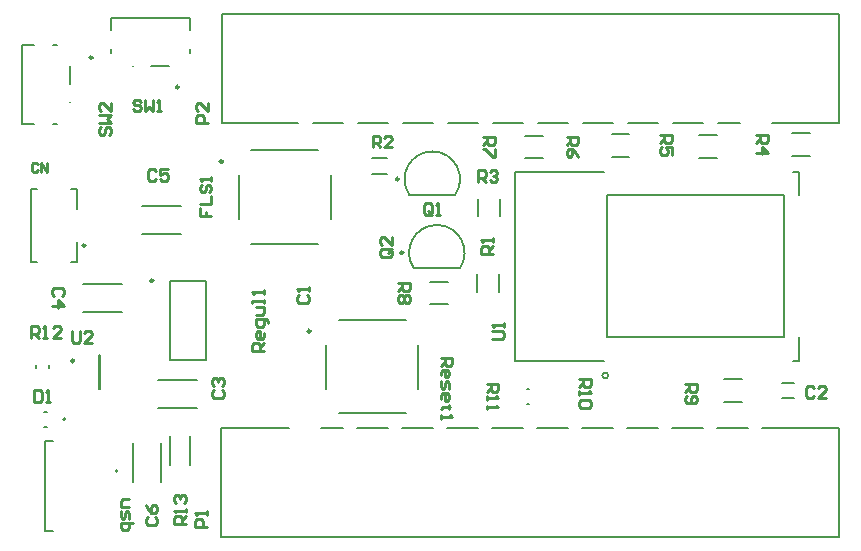
<source format=gbr>
G04*
G04 #@! TF.GenerationSoftware,Altium Limited,Altium Designer,24.1.2 (44)*
G04*
G04 Layer_Color=65535*
%FSLAX44Y44*%
%MOMM*%
G71*
G04*
G04 #@! TF.SameCoordinates,5DE7BCAC-930E-4ACC-850D-064FDCF0EFED*
G04*
G04*
G04 #@! TF.FilePolarity,Positive*
G04*
G01*
G75*
%ADD10C,0.2500*%
%ADD11C,0.2000*%
%ADD12C,0.1270*%
%ADD13C,0.2540*%
D10*
X134735Y385215D02*
G03*
X134735Y385215I-1250J0D01*
G01*
X61600Y410326D02*
G03*
X61600Y410326I-1250J0D01*
G01*
X55530Y251340D02*
G03*
X55530Y251340I-1250J0D01*
G01*
X112990Y221460D02*
G03*
X112990Y221460I-1250J0D01*
G01*
X45974Y153620D02*
G03*
X45974Y153620I-1250J0D01*
G01*
X246200Y178590D02*
G03*
X246200Y178590I-1250J0D01*
G01*
X171954Y322342D02*
G03*
X171954Y322342I-1250J0D01*
G01*
X321000Y307340D02*
G03*
X321000Y307340I-1250J0D01*
G01*
X324810Y245110D02*
G03*
X324810Y245110I-1250J0D01*
G01*
D11*
X38590Y104140D02*
G03*
X38590Y104140I-1000J0D01*
G01*
X82700Y60310D02*
G03*
X82700Y60310I-1000J0D01*
G01*
X368589Y293988D02*
G03*
X329913Y293985I-19339J13352D01*
G01*
X372399Y231758D02*
G03*
X333723Y231755I-19339J13352D01*
G01*
X110735Y402966D02*
X126235D01*
X95735D02*
X96235D01*
X77485Y433366D02*
Y443966D01*
Y414066D02*
Y417866D01*
Y443966D02*
X144485D01*
Y433366D02*
Y443966D01*
Y414066D02*
Y417866D01*
X42600Y387577D02*
Y403077D01*
Y372576D02*
Y373077D01*
X1600Y354326D02*
X12200D01*
X27700D02*
X31500D01*
X1600D02*
Y421327D01*
X12200D01*
X27700D02*
X31500D01*
X9780Y236840D02*
Y299340D01*
X14780D01*
X43280D02*
X48280D01*
X43280Y236840D02*
X48280D01*
X9780D02*
X14780D01*
X48280Y281840D02*
Y299340D01*
Y236840D02*
Y254340D01*
X53319Y195229D02*
X86381D01*
X53319Y218791D02*
X86381D01*
X103161Y261208D02*
X136223D01*
X103161Y284770D02*
X136223D01*
X127240Y154460D02*
X157240D01*
X127240Y221460D02*
X157240D01*
Y154460D02*
Y221460D01*
X127240Y154460D02*
Y221460D01*
X24300Y147590D02*
Y149590D01*
X13800Y147590D02*
Y149590D01*
X68107Y129620D02*
Y158621D01*
X67048Y129620D02*
X68107D01*
X67048D02*
Y158621D01*
X68107D01*
X116819Y137511D02*
X149881D01*
X116819Y113949D02*
X149881D01*
X96169Y50779D02*
Y83841D01*
X119731Y50779D02*
Y83841D01*
X144451Y65409D02*
Y89530D01*
X127329Y65409D02*
Y89530D01*
X429423Y129440D02*
X430874D01*
X429423Y116940D02*
X430874D01*
X171005Y355168D02*
Y447168D01*
Y355168D02*
X235905D01*
X248106D02*
X274006D01*
X324306D02*
X350205D01*
X362406D02*
X388306D01*
X400506D02*
X426405D01*
X476706D02*
X502606D01*
X514806D02*
X540705D01*
X552906D02*
X578806D01*
X591006D02*
X609506D01*
X636506D02*
X694006D01*
Y447168D01*
X171005D02*
X694006D01*
X438606Y355168D02*
X464506D01*
X286206D02*
X312106D01*
X693337Y4648D02*
Y96648D01*
X628437D02*
X693337D01*
X590337D02*
X616236D01*
X514137D02*
X540037D01*
X476037D02*
X501936D01*
X437937D02*
X463837D01*
X361737D02*
X387636D01*
X323637D02*
X349537D01*
X285537D02*
X311437D01*
X254837D02*
X273337D01*
X170336D02*
X227836D01*
X170336Y4648D02*
Y96648D01*
Y4648D02*
X693337D01*
X399837Y96648D02*
X425737D01*
X552237D02*
X578136D01*
X645240Y121920D02*
X655240D01*
X645240Y134620D02*
X655240D01*
X269950Y188090D02*
X326950D01*
X337450Y130090D02*
Y167090D01*
X269950Y109090D02*
X326950D01*
X259450Y130090D02*
Y167090D01*
X501205Y345390D02*
X516206D01*
X501205Y326390D02*
X516206D01*
X596284Y118770D02*
X611284D01*
X596284Y137770D02*
X611284D01*
X575110Y325691D02*
X590110D01*
X575110Y344691D02*
X590110D01*
X653794Y327088D02*
X668794D01*
X653794Y346088D02*
X668794D01*
X185204Y273842D02*
Y310842D01*
X195704Y252842D02*
X252704D01*
X263204Y273842D02*
Y310842D01*
X195704Y331842D02*
X252704D01*
X387829Y275845D02*
Y290845D01*
X406329Y275845D02*
Y290845D01*
X347634Y220320D02*
X362634D01*
X347634Y201820D02*
X362634D01*
X387131Y211770D02*
Y226770D01*
X405631Y211770D02*
Y226770D01*
X427764Y324992D02*
X442765D01*
X427764Y343993D02*
X442765D01*
X329913Y293990D02*
X368587D01*
X333723Y231760D02*
X372397D01*
X298227Y325520D02*
X310951D01*
X298227Y312020D02*
X310951D01*
D12*
X498270Y141110D02*
G03*
X498270Y141110I-2500J0D01*
G01*
X20290Y97890D02*
X22890D01*
X20290Y110390D02*
X22890D01*
X21100Y9310D02*
Y85310D01*
X28400D01*
X21100Y9310D02*
X28400D01*
X497120Y173610D02*
Y293610D01*
X647120D01*
Y173610D02*
Y293610D01*
X497120Y173610D02*
X647120D01*
X419520Y153610D02*
X494520D01*
X419520D02*
Y313610D01*
X494520D01*
X654520Y153610D02*
X659520D01*
Y173610D01*
X654520Y313610D02*
X659520D01*
Y293610D02*
Y313610D01*
D13*
X562967Y134115D02*
X572963D01*
Y129117D01*
X571297Y127451D01*
X567965D01*
X566299Y129117D01*
Y134115D01*
Y130783D02*
X562967Y127451D01*
X564633Y124118D02*
X562967Y122452D01*
Y119120D01*
X564633Y117454D01*
X571297D01*
X572963Y119120D01*
Y122452D01*
X571297Y124118D01*
X569631D01*
X567965Y122452D01*
Y117454D01*
X102676Y373080D02*
X101010Y374746D01*
X97678D01*
X96012Y373080D01*
Y371414D01*
X97678Y369748D01*
X101010D01*
X102676Y368082D01*
Y366416D01*
X101010Y364750D01*
X97678D01*
X96012Y366416D01*
X106009Y374746D02*
Y364750D01*
X109341Y368082D01*
X112673Y364750D01*
Y374746D01*
X116005Y364750D02*
X119338D01*
X117672D01*
Y374746D01*
X116005Y373080D01*
X69082Y351648D02*
X67416Y349982D01*
Y346649D01*
X69082Y344983D01*
X70748D01*
X72414Y346649D01*
Y349982D01*
X74081Y351648D01*
X75747D01*
X77413Y349982D01*
Y346649D01*
X75747Y344983D01*
X67416Y354980D02*
X77413D01*
X74081Y358312D01*
X77413Y361645D01*
X67416D01*
X77413Y371641D02*
Y364977D01*
X70748Y371641D01*
X69082D01*
X67416Y369975D01*
Y366643D01*
X69082Y364977D01*
X15238Y319784D02*
X13969Y321054D01*
X11430D01*
X10160Y319784D01*
Y314706D01*
X11430Y313436D01*
X13969D01*
X15238Y314706D01*
X17778Y313436D02*
Y321054D01*
X22856Y313436D01*
Y321054D01*
X35721Y208676D02*
X37388Y210342D01*
Y213675D01*
X35721Y215341D01*
X29057D01*
X27391Y213675D01*
Y210342D01*
X29057Y208676D01*
X27391Y200345D02*
X37388D01*
X32389Y205344D01*
Y198679D01*
X115486Y314421D02*
X113820Y316087D01*
X110487D01*
X108821Y314421D01*
Y307757D01*
X110487Y306091D01*
X113820D01*
X115486Y307757D01*
X125483Y316087D02*
X118818D01*
Y311089D01*
X122150Y312755D01*
X123816D01*
X125483Y311089D01*
Y307757D01*
X123816Y306091D01*
X120484D01*
X118818Y307757D01*
X206532Y162135D02*
X196535D01*
Y167133D01*
X198202Y168799D01*
X201534D01*
X203200Y167133D01*
Y162135D01*
Y165467D02*
X206532Y168799D01*
Y177130D02*
Y173798D01*
X204866Y172132D01*
X201534D01*
X199868Y173798D01*
Y177130D01*
X201534Y178796D01*
X203200D01*
Y172132D01*
X209865Y185461D02*
Y187127D01*
X208198Y188793D01*
X199868D01*
Y183795D01*
X201534Y182129D01*
X204866D01*
X206532Y183795D01*
Y188793D01*
X199868Y192125D02*
X204866D01*
X206532Y193792D01*
Y198790D01*
X199868D01*
X206532Y202122D02*
Y205454D01*
Y203788D01*
X196535D01*
Y202122D01*
X206532Y210453D02*
Y213785D01*
Y212119D01*
X196535D01*
X198202Y210453D01*
X9856Y173200D02*
Y183197D01*
X14854D01*
X16521Y181531D01*
Y178199D01*
X14854Y176532D01*
X9856D01*
X13188D02*
X16521Y173200D01*
X19853D02*
X23185D01*
X21519D01*
Y183197D01*
X19853Y181531D01*
X34848Y173200D02*
X28184D01*
X34848Y179865D01*
Y181531D01*
X33182Y183197D01*
X29850D01*
X28184Y181531D01*
X44071Y178432D02*
Y170102D01*
X45737Y168435D01*
X49070D01*
X50736Y170102D01*
Y178432D01*
X60732Y168435D02*
X54068D01*
X60732Y175100D01*
Y176766D01*
X59066Y178432D01*
X55734D01*
X54068Y176766D01*
X164308Y129144D02*
X162642Y127478D01*
Y124145D01*
X164308Y122479D01*
X170972D01*
X172638Y124145D01*
Y127478D01*
X170972Y129144D01*
X164308Y132476D02*
X162642Y134142D01*
Y137474D01*
X164308Y139141D01*
X165974D01*
X167640Y137474D01*
Y135808D01*
Y137474D01*
X169306Y139141D01*
X170972D01*
X172638Y137474D01*
Y134142D01*
X170972Y132476D01*
X12385Y128877D02*
Y118880D01*
X17384D01*
X19050Y120546D01*
Y127211D01*
X17384Y128877D01*
X12385D01*
X22382Y118880D02*
X25714D01*
X24048D01*
Y128877D01*
X22382Y127211D01*
X108154Y21604D02*
X106488Y19938D01*
Y16605D01*
X108154Y14939D01*
X114819D01*
X116485Y16605D01*
Y19938D01*
X114819Y21604D01*
X106488Y31601D02*
X108154Y28268D01*
X111487Y24936D01*
X114819D01*
X116485Y26602D01*
Y29934D01*
X114819Y31601D01*
X113153D01*
X111487Y29934D01*
Y24936D01*
X140888Y15131D02*
X130892D01*
Y20130D01*
X132558Y21796D01*
X135890D01*
X137556Y20130D01*
Y15131D01*
Y18464D02*
X140888Y21796D01*
Y25128D02*
Y28461D01*
Y26794D01*
X130892D01*
X132558Y25128D01*
Y33459D02*
X130892Y35125D01*
Y38457D01*
X132558Y40123D01*
X134224D01*
X135890Y38457D01*
Y36791D01*
Y38457D01*
X137556Y40123D01*
X139222D01*
X140888Y38457D01*
Y35125D01*
X139222Y33459D01*
X92187Y36599D02*
X87189D01*
X85523Y34933D01*
Y29934D01*
X92187D01*
X85523Y26602D02*
Y21604D01*
X87189Y19938D01*
X88855Y21604D01*
Y24936D01*
X90521Y26602D01*
X92187Y24936D01*
Y19938D01*
X95520Y16605D02*
X85523D01*
Y11607D01*
X87189Y9941D01*
X88855D01*
X90521D01*
X92187Y11607D01*
Y16605D01*
X400132Y172405D02*
X408462D01*
X410128Y174072D01*
Y177404D01*
X408462Y179070D01*
X400132D01*
X410128Y182402D02*
Y185735D01*
Y184068D01*
X400132D01*
X401798Y182402D01*
X356312Y156155D02*
X366308D01*
Y151157D01*
X364642Y149490D01*
X361310D01*
X359644Y151157D01*
Y156155D01*
Y152823D02*
X356312Y149490D01*
Y141160D02*
Y144492D01*
X357978Y146158D01*
X361310D01*
X362976Y144492D01*
Y141160D01*
X361310Y139494D01*
X359644D01*
Y146158D01*
X356312Y136161D02*
Y131163D01*
X357978Y129497D01*
X359644Y131163D01*
Y134495D01*
X361310Y136161D01*
X362976Y134495D01*
Y129497D01*
X356312Y121166D02*
Y124498D01*
X357978Y126165D01*
X361310D01*
X362976Y124498D01*
Y121166D01*
X361310Y119500D01*
X359644D01*
Y126165D01*
X364642Y114502D02*
X362976D01*
Y116168D01*
Y112836D01*
Y114502D01*
X357978D01*
X356312Y112836D01*
Y107837D02*
Y104505D01*
Y106171D01*
X366308D01*
X364642Y107837D01*
X395242Y134020D02*
X405239D01*
Y129021D01*
X403573Y127355D01*
X400240D01*
X398574Y129021D01*
Y134020D01*
Y130688D02*
X395242Y127355D01*
Y124023D02*
Y120691D01*
Y122357D01*
X405239D01*
X403573Y124023D01*
X395242Y115692D02*
Y112360D01*
Y114026D01*
X405239D01*
X403573Y115692D01*
X473386Y138281D02*
X483383D01*
Y133282D01*
X481717Y131616D01*
X478385D01*
X476719Y133282D01*
Y138281D01*
Y134948D02*
X473386Y131616D01*
Y128284D02*
Y124951D01*
Y126618D01*
X483383D01*
X481717Y128284D01*
Y119953D02*
X483383Y118287D01*
Y114955D01*
X481717Y113289D01*
X475052D01*
X473386Y114955D01*
Y118287D01*
X475052Y119953D01*
X481717D01*
X320460Y219151D02*
X330456D01*
Y214152D01*
X328790Y212486D01*
X325458D01*
X323792Y214152D01*
Y219151D01*
Y215818D02*
X320460Y212486D01*
X328790Y209154D02*
X330456Y207488D01*
Y204155D01*
X328790Y202489D01*
X327124D01*
X325458Y204155D01*
X323792Y202489D01*
X322126D01*
X320460Y204155D01*
Y207488D01*
X322126Y209154D01*
X323792D01*
X325458Y207488D01*
X327124Y209154D01*
X328790D01*
X325458Y207488D02*
Y204155D01*
X392331Y342823D02*
X402328D01*
Y337825D01*
X400661Y336159D01*
X397329D01*
X395663Y337825D01*
Y342823D01*
Y339491D02*
X392331Y336159D01*
X402328Y332826D02*
Y326162D01*
X400661D01*
X393997Y332826D01*
X392331D01*
X462904Y342823D02*
X472900D01*
Y337825D01*
X471234Y336159D01*
X467902D01*
X466236Y337825D01*
Y342823D01*
Y339491D02*
X462904Y336159D01*
X472900Y326162D02*
X471234Y329494D01*
X467902Y332826D01*
X464570D01*
X462904Y331160D01*
Y327828D01*
X464570Y326162D01*
X466236D01*
X467902Y327828D01*
Y332826D01*
X542052Y344792D02*
X552048D01*
Y339793D01*
X550382Y338127D01*
X547050D01*
X545384Y339793D01*
Y344792D01*
Y341459D02*
X542052Y338127D01*
X552048Y328130D02*
Y334795D01*
X547050D01*
X548716Y331463D01*
Y329796D01*
X547050Y328130D01*
X543718D01*
X542052Y329796D01*
Y333129D01*
X543718Y334795D01*
X623276Y344918D02*
X633273D01*
Y339920D01*
X631606Y338254D01*
X628274D01*
X626608Y339920D01*
Y344918D01*
Y341586D02*
X623276Y338254D01*
Y329923D02*
X633273D01*
X628274Y334921D01*
Y328257D01*
X387729Y305016D02*
Y315013D01*
X392727D01*
X394393Y313347D01*
Y310015D01*
X392727Y308349D01*
X387729D01*
X391061D02*
X394393Y305016D01*
X397725Y313347D02*
X399391Y315013D01*
X402724D01*
X404390Y313347D01*
Y311681D01*
X402724Y310015D01*
X401058D01*
X402724D01*
X404390Y308349D01*
Y306683D01*
X402724Y305016D01*
X399391D01*
X397725Y306683D01*
X298704Y334264D02*
Y344261D01*
X303702D01*
X305368Y342595D01*
Y339262D01*
X303702Y337596D01*
X298704D01*
X302036D02*
X305368Y334264D01*
X315365D02*
X308701D01*
X315365Y340928D01*
Y342595D01*
X313699Y344261D01*
X310367D01*
X308701Y342595D01*
X400359Y244355D02*
X390362D01*
Y249354D01*
X392029Y251020D01*
X395361D01*
X397027Y249354D01*
Y244355D01*
Y247688D02*
X400359Y251020D01*
Y254352D02*
Y257684D01*
Y256018D01*
X390362D01*
X392029Y254352D01*
X313212Y248524D02*
X306548D01*
X304882Y246858D01*
Y243526D01*
X306548Y241859D01*
X313212D01*
X314878Y243526D01*
Y246858D01*
X311546Y245192D02*
X314878Y248524D01*
Y246858D02*
X313212Y248524D01*
X314878Y258521D02*
Y251856D01*
X308214Y258521D01*
X306548D01*
X304882Y256854D01*
Y253522D01*
X306548Y251856D01*
X349250Y278608D02*
Y285272D01*
X347584Y286938D01*
X344252D01*
X342585Y285272D01*
Y278608D01*
X344252Y276942D01*
X347584D01*
X345918Y280274D02*
X349250Y276942D01*
X347584D02*
X349250Y278608D01*
X352582Y276942D02*
X355914D01*
X354248D01*
Y286938D01*
X352582Y285272D01*
X159374Y355027D02*
X149377D01*
Y360025D01*
X151043Y361692D01*
X154376D01*
X156042Y360025D01*
Y355027D01*
X159374Y371688D02*
Y365024D01*
X152710Y371688D01*
X151043D01*
X149377Y370022D01*
Y366690D01*
X151043Y365024D01*
X158705Y13213D02*
X148708D01*
Y18211D01*
X150374Y19877D01*
X153707D01*
X155373Y18211D01*
Y13213D01*
X158705Y23210D02*
Y26542D01*
Y24876D01*
X148708D01*
X150374Y23210D01*
X152231Y282786D02*
Y276121D01*
X157230D01*
Y279454D01*
Y276121D01*
X162228D01*
X152231Y286118D02*
X162228D01*
Y292783D01*
X153898Y302780D02*
X152231Y301113D01*
Y297781D01*
X153898Y296115D01*
X155564D01*
X157230Y297781D01*
Y301113D01*
X158896Y302780D01*
X160562D01*
X162228Y301113D01*
Y297781D01*
X160562Y296115D01*
X162228Y306112D02*
Y309444D01*
Y307778D01*
X152231D01*
X153898Y306112D01*
X672514Y130332D02*
X670848Y131998D01*
X667515D01*
X665849Y130332D01*
Y123668D01*
X667515Y122002D01*
X670848D01*
X672514Y123668D01*
X682511Y122002D02*
X675846D01*
X682511Y128666D01*
Y130332D01*
X680844Y131998D01*
X677512D01*
X675846Y130332D01*
X236698Y209550D02*
X235032Y207884D01*
Y204552D01*
X236698Y202885D01*
X243362D01*
X245028Y204552D01*
Y207884D01*
X243362Y209550D01*
X245028Y212882D02*
Y216215D01*
Y214548D01*
X235032D01*
X236698Y212882D01*
M02*

</source>
